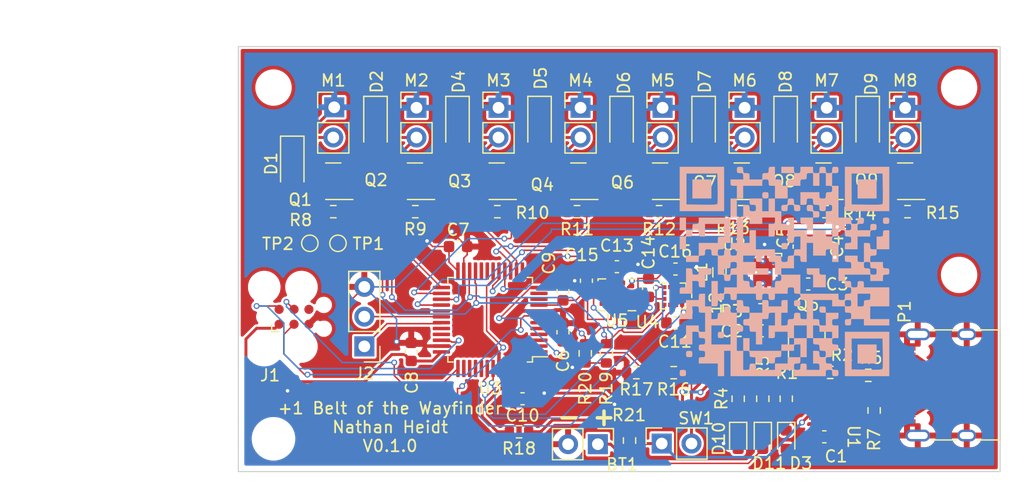
<source format=kicad_pcb>
(kicad_pcb (version 20211014) (generator pcbnew)
  (layers (0 "F.Cu" signal) (31 "B.Cu" signal) (34 "B.Paste" user) (35 "F.Paste" user) (36 "B.SilkS" user "B.Silkscreen") (37 "F.SilkS" user "F.Silkscreen") (38 "B.Mask" user) (39 "F.Mask" user) (44 "Edge.Cuts" user))
  (net 0 "")
  (net 1 "+5V")
  (net 2 "GND")
  (net 3 "Net-(C2-Pad1)")
  (net 4 "Net-(C3-Pad1)")
  (net 5 "+3.3V")
  (net 6 "NRST")
  (net 7 "Net-(D1-Pad2)")
  (net 8 "Net-(D3-Pad1)")
  (net 9 "Net-(D4-Pad2)")
  (net 10 "Net-(D5-Pad2)")
  (net 11 "Net-(D6-Pad2)")
  (net 12 "Net-(D7-Pad2)")
  (net 13 "Net-(D10-Pad1)")
  (net 14 "Net-(D11-Pad1)")
  (net 15 "/MCU/LED")
  (net 16 "SWDIO")
  (net 17 "SWCLK")
  (net 19 "RX")
  (net 20 "TX")
  (net 21 "Net-(L1-Pad1)")
  (net 22 "Net-(L1-Pad2)")
  (net 23 "MOTOR0")
  (net 24 "MOTOR4")
  (net 25 "MOTOR1")
  (net 26 "MOTOR5")
  (net 27 "SHDN")
  (net 28 "MOTOR2")
  (net 29 "MOTOR6")
  (net 30 "MOTOR3")
  (net 31 "MOTOR7")
  (net 32 "Net-(R1-Pad2)")
  (net 33 "Net-(R2-Pad1)")
  (net 34 "+BATT")
  (net 40 "Net-(C11-Pad1)")
  (net 48 "SDA")
  (net 49 "SCL")
  (net 53 "Net-(P1-PadA5)")
  (net 54 "Net-(P1-PadA6)")
  (net 55 "Net-(P1-PadA7)")
  (net 56 "BATT_ADC")
  (net 59 "DRDY")
  (net 60 "INT2")
  (net 61 "INT1")
  (net 67 "Net-(BT1-Pad1)")
  (net 68 "Net-(R9-Pad1)")
  (net 69 "Net-(R10-Pad1)")
  (net 70 "Net-(R11-Pad1)")
  (net 71 "Net-(R18-Pad1)")
  (net 72 "Net-(R2-Pad2)")
  (net 73 "Net-(R12-Pad1)")
  (net 74 "Net-(R13-Pad1)")
  (net 75 "Net-(R14-Pad1)")
  (net 76 "Net-(R15-Pad1)")
  (net 77 "Net-(D2-Pad2)")
  (net 78 "Net-(D8-Pad2)")
  (net 79 "Net-(D9-Pad2)")
  (net 80 "Net-(R8-Pad1)")
  (footprint "Package_TO_SOT_SMD:SOT-23" (layer "F.Cu") (at 87.485712 73 180)
    (fp_text reference "Q6")
    (fp_text value "S8050")
  )
  (footprint "Capacitor_SMD:C_0603_1608Metric" (layer "F.Cu") (at 88.8 80.5 180)
    (fp_text reference "C16")
    (fp_text value "10u")
  )
  (footprint "Package_TO_SOT_SMD:SOT-23" (layer "F.Cu") (at 100 86.33 90)
    (fp_text reference "Q5")
    (fp_text value "S8050")
  )
  (footprint "Connector_PinSocket_2.54mm:PinSocket_1x02_P2.54mm_Vertical" (layer "F.Cu") (at 87.625 95.405 90)
    (fp_text reference "SW1")
    (fp_text value "SW_SPST")
  )
  (footprint "LED_SMD:LED_0603_1608Metric" (layer "F.Cu") (at 96.25 95.08 -90)
    (fp_text reference "D11")
    (fp_text value "LED")
  )
  (footprint "Connector_USB:USB_C_Receptacle_HRO_TYPE-C-31-M-12" (layer "F.Cu") (at 112.6 90.4 90)
    (fp_text reference "P1")
    (fp_text value "USB_C_Plug_USB2.0")
  )
  (footprint "Resistor_SMD:R_0603_1608Metric" (layer "F.Cu") (at 85.46 89.35 180)
    (fp_text reference "R17")
    (fp_text value "10k")
  )
  (footprint "Connector_PinHeader_2.54mm:PinHeader_1x02_P2.54mm_Vertical" (layer "F.Cu") (at 73.7 66.725)
    (fp_text reference "M3")
    (fp_text value "Motor_DC")
  )
  (footprint "LED_SMD:LED_0603_1608Metric" (layer "F.Cu") (at 98.25 95.08 -90)
    (fp_text reference "D3")
    (fp_text value "LED")
  )
  (footprint "Capacitor_SMD:C_0603_1608Metric" (layer "F.Cu") (at 99.35 78.58 90)
    (fp_text reference "C5")
    (fp_text value "10u")
  )
  (footprint "MountingHole:MountingHole_2.7mm_M2.5" (layer "F.Cu") (at 113 65)
    (fp_text reference "H4" hide)
    (fp_text value "MountingHole")
  )
  (footprint "Diode_SMD:D_SOD-123" (layer "F.Cu") (at 84.2 68 -90)
    (fp_text reference "D6")
    (fp_text value "1N4148")
  )
  (footprint "Connector_PinHeader_2.54mm:PinHeader_1x03_P2.54mm_Vertical" (layer "F.Cu") (at 62.25 87.105 180)
    (fp_text reference "J2")
    (fp_text value "Conn_01x03")
  )
  (footprint "Connector_PinHeader_2.54mm:PinHeader_1x02_P2.54mm_Vertical" (layer "F.Cu") (at 82.175 95.46 -90)
    (fp_text reference "BT1")
    (fp_text value "Battery_Cell")
  )
  (footprint "Connector_PinHeader_2.54mm:PinHeader_1x02_P2.54mm_Vertical" (layer "F.Cu") (at 87.7 66.725)
    (fp_text reference "M5")
    (fp_text value "Motor_DC")
  )
  (footprint "MountingHole:MountingHole_2.7mm_M2.5" (layer "F.Cu") (at 113 81)
    (fp_text reference "H3" hide)
    (fp_text value "MountingHole")
  )
  (footprint "Capacitor_SMD:C_0603_1608Metric" (layer "F.Cu") (at 79.2 82.4 90)
    (fp_text reference "C9")
    (fp_text value "10u")
  )
  (footprint "Resistor_SMD:R_0603_1608Metric" (layer "F.Cu") (at 96.25 91.58 90)
    (fp_text reference "R5")
    (fp_text value "90")
  )
  (footprint "Diode_SMD:D_SOD-123" (layer "F.Cu") (at 91.2 68 -90)
    (fp_text reference "D7")
    (fp_text value "1N4148")
  )
  (footprint "Package_LGA:LGA-12_2x2mm_P0.5mm" (layer "F.Cu") (at 88.6 82.8)
    (fp_text reference "U4")
    (fp_text value "LIS2MDLTR")
  )
  (footprint "TestPoint:TestPoint_Pad_D1.0mm" (layer "F.Cu") (at 57.6 78.3)
    (fp_text reference "TP2")
    (fp_text value "TestPoint")
  )
  (footprint "Diode_SMD:D_SOD-123" (layer "F.Cu") (at 77.2 68 -90)
    (fp_text reference "D5")
    (fp_text value "1N4148")
  )
  (footprint "Resistor_SMD:R_0603_1608Metric" (layer "F.Cu") (at 108.6 75.6)
    (fp_text reference "R15")
    (fp_text value "2k2")
  )
  (footprint "Resistor_SMD:R_0603_1608Metric" (layer "F.Cu") (at 81.1 87.7 90)
    (fp_text reference "R20")
    (fp_text value "4k7")
  )
  (footprint "Resistor_SMD:R_0603_1608Metric" (layer "F.Cu") (at 102 89.33 180)
    (fp_text reference "R2")
    (fp_text value "2k")
  )
  (footprint "Capacitor_SMD:C_0603_1608Metric" (layer "F.Cu") (at 96.15 85.78)
    (fp_text reference "C2")
    (fp_text value "10u")
  )
  (footprint "Package_LGA:LGA-14_3x2.5mm_P0.5mm_LayoutBorder3x4y" (layer "F.Cu") (at 83.8 82.7 180)
    (fp_text reference "U5")
    (fp_text value "LSM6DS3")
  )
  (footprint "Capacitor_SMD:C_0603_1608Metric" (layer "F.Cu") (at 100.125 81.78)
    (fp_text reference "C3")
    (fp_text value "0.1u")
  )
  (footprint "Package_QFP:LQFP-48_7x7mm_P0.5mm" (layer "F.Cu") (at 72.9875 84.83 180)
    (fp_text reference "U3")
    (fp_text value "STM32F030CCTx")
  )
  (footprint "LED_SMD:LED_0603_1608Metric" (layer "F.Cu") (at 94.15 95.08 -90)
    (fp_text reference "D10")
    (fp_text value "LED")
  )
  (footprint "Capacitor_SMD:C_0603_1608Metric" (layer "F.Cu") (at 75.75 91.58 180)
    (fp_text reference "C10")
    (fp_text value "10u")
  )
  (footprint "Diode_SMD:D_SOD-123" (layer "F.Cu") (at 56.1 71.4 -90)
    (fp_text reference "D1")
    (fp_text value "1N4148")
  )
  (footprint "Capacitor_SMD:C_0603_1608Metric" (layer "F.Cu") (at 101.15 78.58 90)
    (fp_text reference "C4")
    (fp_text value "10u")
  )
  (footprint "Diode_SMD:D_SOD-123" (layer "F.Cu") (at 63.2 68 -90)
    (fp_text reference "D2")
    (fp_text value "1N4148")
  )
  (footprint "Connector_PinHeader_2.54mm:PinHeader_1x02_P2.54mm_Vertical" (layer "F.Cu") (at 59.6 66.725)
    (fp_text reference "M1")
    (fp_text value "Motor_DC")
  )
  (footprint "Connector_PinHeader_2.54mm:PinHeader_1x02_P2.54mm_Vertical" (layer "F.Cu") (at 101.7 66.725)
    (fp_text reference "M7")
    (fp_text value "Motor_DC")
  )
  (footprint "Package_TO_SOT_SMD:SOT-23" (layer "F.Cu") (at 108.4 73 180)
    (fp_text reference "Q9")
    (fp_text value "S8050")
  )
  (footprint "Capacitor_SMD:C_0603_1608Metric" (layer "F.Cu") (at 83.8 80.3 180)
    (fp_text reference "C13")
    (fp_text value "100n")
  )
  (footprint "Capacitor_SMD:C_0603_1608Metric" (layer "F.Cu") (at 66.25 87.58 90)
    (fp_text reference "C8")
    (fp_text value "10u")
  )
  (footprint "Connector:Tag-Connect_TC2030-IDC-FP_2x03_P1.27mm_Vertical" (layer "F.Cu") (at 56.25 84.58)
    (fp_text reference "J1")
    (fp_text value "Conn_02x03_Odd_Even")
  )
  (footprint "Diode_SMD:D_SOD-123" (layer "F.Cu") (at 70.2 68 -90)
    (fp_text reference "D4")
    (fp_text value "1N4148")
  )
  (footprint "Capacitor_SMD:C_0603_1608Metric" (layer "F.Cu") (at 79.2 85.9 90)
    (fp_text reference "C6")
    (fp_text value "10u")
  )
  (footprint "Resistor_SMD:R_0603_1608Metric" (layer "F.Cu") (at 59.6 75.6)
    (fp_text reference "R8")
    (fp_text value "2k2")
  )
  (footprint "Connector_PinHeader_2.54mm:PinHeader_1x02_P2.54mm_Vertical" (layer "F.Cu") (at 94.7 66.725)
    (fp_text reference "M6")
    (fp_text value "Motor_DC")
  )
  (footprint "MountingHole:MountingHole_2.7mm_M2.5" (layer "F.Cu") (at 54.5 95)
    (fp_text reference "H2" hide)
    (fp_text value "MountingHole")
  )
  (footprint "Package_TO_SOT_SMD:SOT-23" (layer "F.Cu") (at 66.571428 73 180)
    (fp_text reference "Q2")
    (fp_text value "S8050")
  )
  (footprint "Resistor_SMD:R_0603_1608Metric" (layer "F.Cu") (at 98.25 91.58 90)
    (fp_text reference "R1")
    (fp_text value "300")
  )
  (footprint "Package_TO_SOT_SMD:SOT-23" (layer "F.Cu") (at 80.514284 73 180)
    (fp_text reference "Q4")
    (fp_text value "S8050")
  )
  (footprint "Capacitor_SMD:C_0603_1608Metric" (layer "F.Cu") (at 81.2 81.5 90)
    (fp_text reference "C15")
    (fp_text value "100n")
  )
  (footprint "Resistor_SMD:R_0603_1608Metric" (layer "F.Cu") (at 94.4 75.6)
    (fp_text reference "R13")
    (fp_text value "2k2")
  )
  (footprint "Resistor_SMD:R_0603_1608Metric" (layer "F.Cu") (at 105.75 92.58 -90)
    (fp_text reference "R7")
    (fp_text value "200")
  )
  (footprint "Inductor_SMD:L_0805_2012Metric" (layer "F.Cu") (at 92.55 80.78 90)
    (fp_text reference "L1")
    (fp_text value "2.2u")
  )
  (footprint "Resistor_SMD:R_0603_1608Metric" (layer "F.Cu") (at 96.15 83.98)
    (fp_text reference "R3")
    (fp_text value "100")
  )
  (footprint "Diode_SMD:D_SOD-123" (layer "F.Cu") (at 98.2 68 -90)
    (fp_text reference "D8")
    (fp_text value "1N4148")
  )
  (footprint "Resistor_SMD:R_0603_1608Metric" (layer "F.Cu") (at 66.6 75.6)
    (fp_text reference "R9")
    (fp_text value "2k2")
  )
  (footprint "Package_TO_SOT_SMD:SOT-23" (layer "F.Cu") (at 101.428568 73 180)
    (fp_text reference "Q8")
    (fp_text value "S8050")
  )
  (footprint "custom_footprints:TSOT-25" (layer "F.Cu") (at 102.8 91.13 -90)
    (fp_text reference "U1")
    (fp_text value "AAP2154")
  )
  (footprint "Resistor_SMD:R_0603_1608Metric" (layer "F.Cu") (at 88.65 89.35 180)
    (fp_text reference "R16")
    (fp_text value "10k")
  )
  (footprint "Resistor_SMD:R_0603_1608Metric" (layer "F.Cu") (at 73.6 75.6)
    (fp_text reference "R10")
    (fp_text value "2k2")
  )
  (footprint "Capacitor_SMD:C_0603_1608Metric" (layer "F.Cu") (at 90.7 82.8 -90)
    (fp_text reference "C12")
    (fp_text value "100n")
  )
  (footprint "Resistor_SMD:R_0603_1608Metric" (layer "F.Cu") (at 105.25 89.58 180)
    (fp_text reference "R6")
    (fp_text value "200")
  )
  (footprint "Resistor_SMD:R_0603_1608Metric" (layer "F.Cu") (at 82.9 87.7 90)
    (fp_text reference "R19")
    (fp_text value "4k7")
  )
  (footprint "Package_TO_SOT_SMD:SOT-23" (layer "F.Cu") (at 94.45714 73 180)
    (fp_text reference "Q7")
    (fp_text value "S8050")
  )
  (footprint "Resistor_SMD:R_0603_1608Metric" (layer "F.Cu") (at 84.88 95.15 90)
    (fp_text reference "R21")
    (fp_text value "0")
  )
  (footprint "MountingHole:MountingHole_2.7mm_M2.5" (layer "F.Cu") (at 54.5 65)
    (fp_text reference "H1" hide)
    (fp_text value "MountingHole")
  )
  (footprint "Package_TO_SOT_SMD:SOT-23" (layer "F.Cu") (at 73.542856 73 180)
    (fp_text reference "Q3")
    (fp_text value "S8050")
  )
  (footprint "Capacitor_SMD:C_0603_1608Metric" (layer "F.Cu") (at 101.5 94.83 180)
    (fp_text reference "C1")
    (fp_text value "1u")
  )
  (footprint "Resistor_SMD:R_0603_1608Metric" (layer "F.Cu") (at 94.15 91.58 90)
    (fp_text reference "R4")
    (fp_text value "90")
  )
  (footprint "Resistor_SMD:R_0603_1608Metric" (layer "F.Cu") (at 80.4 75.6)
    (fp_text reference "R11")
    (fp_text value "2k2")
  )
  (footprint "Diode_SMD:D_SOD-123" (layer "F.Cu") (at 105.2 68 -90)
    (fp_text reference "D9")
    (fp_text value "1N4148")
  )
  (footprint "Resistor_SMD:R_0603_1608Metric" (layer "F.Cu") (at 87.4 75.6)
    (fp_text reference "R12")
    (fp_text value "2k2")
  )
  (footprint "Package_TO_SOT_SMD:SOT-23" (layer "F.Cu") (at 59.6 73 180)
    (fp_text reference "Q1")
    (fp_text value "S8050")
  )
  (footprint "Capacitor_SMD:C_0603_1608Metric" (layer "F.Cu") (at 86.5 82.1 90)
    (fp_text reference "C14")
    (fp_text value "100n")
  )
  (footprint "TestPoint:TestPoint_Pad_D1.0mm" (layer "F.Cu") (at 60 78.3)
    (fp_text reference "TP1")
    (fp_text value "TestPoint")
  )
  (footprint "Package_SON:Texas_DRC0010J_ThermalVias" (layer "F.Cu") (at 96.25 80.78)
    (fp_text reference "U2")
    (fp_text value "TPS63001")
  )
  (footprint "Capacitor_SMD:C_0603_1608Metric" (layer "F.Cu") (at 88.8 85.1)
    (fp_text reference "C11")
    (fp_text value "220n")
  )
  (footprint "Connector_PinHeader_2.54mm:PinHeader_1x02_P2.54mm_Vertical" (layer "F.Cu") (at 108.4 66.725)
    (fp_text reference "M8")
    (fp_text value "Motor_DC")
  )
  (footprint "Capacitor_SMD:C_0603_1608Metric" (layer "F.Cu") (at 70.25 78.58)
    (fp_text reference "C7")
    (fp_text value "10u")
  )
  (footprint "Connector_PinHeader_2.54mm:PinHeader_1x02_P2.54mm_Vertical" (layer "F.Cu") (at 66.7 66.725)
    (fp_text reference "M2")
    (fp_text value "Motor_DC")
  )
  (footprint "Resistor_SMD:R_0603_1608Metric" (layer "F.Cu") (at 101.6 75.6)
    (fp_text reference "R14")
    (fp_text value "2k2")
  )
  (footprint "Connector_PinHeader_2.54mm:PinHeader_1x02_P2.54mm_Vertical" (layer "F.Cu") (at 80.7 66.725)
    (fp_text reference "M4")
    (fp_text value "Motor_DC")
  )
  (footprint "Resistor_SMD:R_0603_1608Metric" (layer "F.Cu") (at 75.45 94.4 180)
    (fp_text reference "R18")
    (fp_text value "2k2")
  )
  (footprint "LOGO" (layer "B.Cu") (at 98.14 80.67 180)
    (fp_text reference "G***" hide)
    (fp_text value "LOGO" hide)
  )
  (gr_rect (start 51.5 61.5) (end 116.5 97.8) (layer "Edge.Cuts") (width 0.1) (fill none))
  (gr_text "+1 Belt of the Wayfinder\nNathan Heidt\nV0.1.0" (at 64.45 94) (layer "F.SilkS") (effects (font (size 1 1))))
  (gr_text "- +" (at 81.2 93.1) (layer "F.SilkS") (effects (font (size 1.5 1.5) (thickness 0.3))))
  (segment (start 107.68 92.85) (end 105.93 94.6) (width 0.25) (layer "F.Cu") (net 1))
  (segment (start 105.6 94.6) (end 104.03 93.03) (width 0.25) (layer "F.Cu") (net 1))
  (segment (start 109.38 87.95) (end 110.6 88.8) (width 0.25) (layer "F.Cu") (net 1))
  (segment (start 110.6 88.8) (end 110.6 92.1) (width 0.25) (layer "F.Cu") (net 1))
  (segment (start 108.555 87.95) (end 109.38 87.95) (width 0.25) (layer "F.Cu") (net 1))
  (segment (start 101.2375 95.8675) (end 98.25 95.8675) (width 0.25) (layer "F.Cu") (net 1))
  (segment (start 108.555 92.85) (end 107.68 92.85) (width 0.25) (layer "F.Cu") (net 1))
  (segment (start 105.93 94.6) (end 105.6 94.6) (width 0.25) (layer "F.Cu") (net 1))
  (segment (start 102.275 94.83) (end 101.2375 95.8675) (width 0.25) (layer "F.Cu") (net 1))
  (segment (start 109.35 92.85) (end 108.555 92.85) (width 0.25) (layer "F.Cu") (net 1))
  (segment (start 110.6 92.1) (end 109.35 92.85) (width 0.25) (layer "F.Cu") (net 1))
  (segment (start 104.03 93.03) (end 102.8 93.03) (width 0.25) (layer "F.Cu") (net 1))
  (segment (start 102.8 93.03) (end 102.8 94.305) (width 0.25) (layer "F.Cu") (net 1))
  (segment (start 102.8 94.305) (end 102.275 94.83) (width 0.25) (layer "F.Cu") (net 1))
  (segment (start 96.825 80.78) (end 96.825 80.405) (width 0.13) (layer "F.Cu") (net 2))
  (segment (start 90.175 83.05) (end 90.7 83.575) (width 0.13) (layer "F.Cu") (net 2))
  (segment (start 96.825 80.405) (end 96.25 79.83) (width 0.13) (layer "F.Cu") (net 2))
  (segment (start 88.97 83.05) (end 89.3625 83.05) (width 0.13) (layer "F.Cu") (net 2))
  (segment (start 84.9625 82.95) (end 84.9625 83.45) (width 0.13) (layer "F.Cu") (net 2))
  (segment (start 59.439301 84.835699) (end 57.899301 84.835699) (width 0.13) (layer "F.Cu") (net 2))
  (segment (start 98.3 80.2) (end 98.22 80.28) (width 0.25) (layer "F.Cu") (net 2))
  (segment (start 85.6 81.3) (end 86.475 81.3) (width 0.13) (layer "F.Cu") (net 2))
  (segment (start 97.65 80.28) (end 97.08 80.28) (width 0.25) (layer "F.Cu") (net 2))
  (segment (start 84.9625 83.4625) (end 85.9 84.4) (width 0.13) (layer "F.Cu") (net 2))
  (segment (start 94.85 80.78) (end 95.675 80.78) (width 0.13) (layer "F.Cu") (net 2))
  (segment (start 85.6 82.155833) (end 85.6 81.3) (width 0.13) (layer "F.Cu") (net 2))
  (segment (start 66.25 86.805) (end 66.525 87.08) (width 0.13) (layer "F.Cu") (net 2))
  (segment (start 83.025 81.5125) (end 83.3 81.7875) (width 0.13) (layer "F.Cu") (net 2))
  (segment (start 83.8 81.7875) (end 83.3 81.7875) (width 0.13) (layer "F.Cu") (net 2))
  (segment (start 88.85 83.5625) (end 88.85 83.17) (width 0.13) (layer "F.Cu") (net 2))
  (segment (start 99.35 77.805) (end 98.3 78.855) (width 0.25) (layer "F.Cu") (net 2))
  (segment (start 83.025 80.3) (end 83.025 81.5125) (width 0.13) (layer "F.Cu") (net 2))
  (segment (start 65 86.7) (end 66.145 86.7) (width 0.13) (layer "F.Cu") (net 2))
  (segment (start 70.98 78.58) (end 69.7 77.3) (width 0.13) (layer "F.Cu") (net 2))
  (segment (start 96.25 79.83) (end 96.25 80.205) (width 0.13) (layer "F.Cu") (net 2))
  (segment (start 66.525 87.08) (end 68.825 87.08) (width 0.13) (layer "F.Cu") (net 2))
  (segment (start 97.08 80.28) (end 96.825 80.535) (width 0.25) (layer "F.Cu") (net 2))
  (segment (start 70.7375 79.5625) (end 70.7375 80.6675) (width 0.13) (layer "F.Cu") (net 2))
  (segment (start 71.025 78.58) (end 70.98 78.58) (width 0.13) (layer "F.Cu") (net 2))
  (segment (start 71.025 79.275) (end 70.7375 79.5625) (width 0.13) (layer "F.Cu") (net 2))
  (segment (start 98.22 80.28) (end 97.65 80.28) (width 0.25) (layer "F.Cu") (net 2))
  (segment (start 66.145 86.7) (end 66.25 86.805) (width 0.13) (layer "F.Cu") (net 2))
  (segment (start 86.5 81.325) (end 87.2 81.325) (width 0.13) (layer "F.Cu") (net 2))
  (segment (start 96.25 90.755) (end 94.15 90.755) (width 0.13) (layer "F.Cu") (net 2))
  (segment (start 57.899301 84.835699) (end 57.52 85.215) (width 0.13) (layer "F.Cu") (net 2))
  (segment (start 88.025 80.5) (end 88.025 80.275) (width 0.13) (layer "F.Cu") (net 2))
  (segment (start 96.825 80.535) (end 96.825 80.78) (width 0.25) (layer "F.Cu") (net 2))
  (segment (start 88.85 83.17) (end 88.97 83.05) (width 0.13) (layer "F.Cu") (net 2))
  (segment (start 62.25 82.025) (end 59.439301 84.835699) (width 0.13) (layer "F.Cu") (net 2))
  (segment (start 89.3625 83.05) (end 90.175 83.05) (width 0.13) (layer "F.Cu") (net 2))
  (segment (start 85.305833 82.45) (end 85.6 82.155833) (width 0.13) (layer "F.Cu") (net 2))
  (segment (start 98.3 78.855) (end 98.3 80.2) (width 0.25) (layer "F.Cu") (net 2))
  (segment (start 71.025 78.58) (end 71.025 79.275) (width 0.13) (layer "F.Cu") (net 2))
  (segment (start 96.25 80.205) (end 95.675 80.78) (width 0.13) (layer "F.Cu") (net 2))
  (segment (start 84.9625 83.45) (end 84.9625 83.4625) (width 0.13) (layer "F.Cu") (net 2))
  (segment (start 84.9625 82.45) (end 85.305833 82.45) (width 0.13) (layer "F.Cu") (net 2))
  (segment (start 87.2 81.325) (end 88.025 80.5) (width 0.13) (layer "F.Cu") (net 2))
  (segment (start 86.475 81.3) (end 86.5 81.325) (width 0.13) (layer "F.Cu") (net 2))
  (segment (start 88.025 80.275) (end 89.2 79.1) (width 0.13) (layer "F.Cu") (net 2))
  (via (at 65 86.7) (size 0.5) (drill 0.3) (layers "F.Cu" "B.Cu") (net 2))
  (via (at 69.7 77.3) (size 0.5) (drill 0.3) (layers "F.Cu" "B.Cu") (net 2))
  (segment (start 69.7 77.3) (end 64.975 82.025) (width 0.13) (layer "B.Cu") (net 2))
  (segment (start 65 84.775) (end 65 86.7) (width 0.13) (layer "B.Cu") (net 2))
  (segment (start 64.975 82.025) (end 62.25 82.025) (width 0.13) (layer "B.Cu") (net 2))
  (segment (start 62.25 82.025) (end 65 84.775) (width 0.13) (layer "B.Cu") (net 2))
  (segment (start 90.165 90.04) (end 90.165 90.99) (width 0.13) (layer "F.Cu") (net 3))
  (segment (start 95.325 82.925) (end 94.8 82.4) (width 0.25) (layer "F.Cu") (net 3))
  (segment (start 94.85 82.35) (end 94.85 81.78) (width 0.25) (layer "F.Cu") (net 3))
  (segment (start 90.165 90.99) (end 95.375 85.78) (width 0.25) (layer "F.Cu") (net 3))
  (segment (start 95.375 84.03) (end 95.325 83.98) (width 0.25) (layer "F.Cu") (net 3))
  (segment (start 90.165 95.405) (end 90.165 90.99) (width 0.25) (layer "F.Cu") (net 3))
  (segment (start 94.8 82.4) (end 94.85 82.35) (width 0.25) (layer "F.Cu") (net 3))
  (segment (start 89.475 89.35) (end 90.165 90.04) (width 0.13) (layer "F.Cu") (net 3))
  (segment (start 95.375 85.78) (end 95.375 84.03) (width 0.25) (layer "F.Cu") (net 3))
  (segment (start 95.325 83.98) (end 95.325 82.925) (width 0.25) (layer "F.Cu") (net 3))
  (segment (start 97.65 81.28) (end 97.65 81.78) (width 0.25) (layer "F.Cu") (net 4))
  (segment (start 96.975 83.98) (end 96.975 82.625) (width 0.25) (layer "F.Cu") (net 4))
  (segment (start 97.65 80.78) (end 97.65 81.28) (width 0.25) (layer "F.Cu") (net 4))
  (segment (start 96.975 82.625) (end 97.7 81.9) (width 0.25) (layer "F.Cu") (net 4))
  (segment (start 99.35 81.78) (end 97.65 81.78) (width 0.25) (layer "F.Cu") (net 4))
  (segment (start 69.475 79.905) (end 70.2375 80.6675) (width 0.13) (layer "F.Cu") (net 5))
  (segment (start 89.6 80.525) (end 89.575 80.5) (width 0.13) (layer "F.Cu") (net 5))
  (segment (start 70.2 66.35) (end 73.325 66.35) (width 0.25) (layer "F.Cu") (net 5))
  (segment (start 54.98 85.215) (end 54.637451 85.557549) (width 0.25) (layer "F.Cu") (net 5))
  (segment (start 82.64 91.1) (end 83.6 92.06) (width 0.25) (layer "F.Cu") (net 5))
  (segment (start 86.5 83.7) (end 86.6 83.8) (width 0.13) (layer "F.Cu") (net 5))
  (segment (start 87.8375 83.05) (end 87.25 83.05) (width 0.13) (layer "F.Cu") (net 5))
  (segment (start 56.1 69.75) (end 56.615 69.75) (width 0.25) (layer "F.Cu") (net 5))
  (segment (start 90.4 80.5) (end 90.6 80.3) (width 0.13) (layer "F.Cu") (net 5))
  (segment (start 89.3625 81.3375) (end 89.6 81.1) (width 0.13) (layer "F.Cu") (net 5))
  (segment (start 62.274228 90.125772) (end 64.6 87.8) (width 0.25) (layer "F.Cu") (net 5))
  (segment (start 87.325 66.35) (end 87.7 66.725) (width 0.25) (layer "F.Cu") (net 5))
  (segment (start 81.2 82.275) (end 81.425 82.275) (width 0.13) (layer "F.Cu") (net 5))
  (segment (start 54.637451 85.557549) (end 53.062811 85.557549) (width 0.25) (layer "F.Cu") (net 5))
  (segment (start 95.86 78.4) (end 96.8 78.4) (width 0.25) (layer "F.Cu") (net 5))
  (segment (start 69.475 78.58) (end 68.08 78.58) (width 0.13) (layer "F.Cu") (net 5))
  (segment (start 81.3 84.8) (end 83.3 84.8) (width 0.13) (layer "F.Cu") (net 5))
  (segment (start 84.3 81.7875) (end 84.3 80.575) (width 0.13) (layer "F.Cu") (net 5))
  (segment (start 89.6 81.1) (end 89.6 80.525) (width 0.13) (layer "F.Cu") (net 5))
  (segment (start 77.12 91.58) (end 77.6 91.1) (width 0.25) (layer "F.Cu") (net 5))
  (segment (start 99.35 79.355) (end 101.15 79.355) (width 0.13) (layer "F.Cu") (net 5))
  (segment (start 81.425 82.275) (end 81.8 81.9) (width 0.13) (layer "F.Cu") (net 5))
  (segment (start 52.147549 86.472811) (end 52.147549 88.547549) (width 0.25) (layer "F.Cu") (net 5))
  (segment (start 53.062811 85.557549) (end 52.147549 86.472811) (width 0.25) (layer "F.Cu") (net 5))
  (segment (start 80.325 66.35) (end 80.7 66.725) (width 0.25) (layer "F.Cu") (net 5))
  (segment (start 64.6 87.8) (end 65.695 87.8) (width 0.25) (layer "F.Cu") (net 5))
  (segment (start 89.75 82.55) (end 90.275 82.025) (width 0.13) (layer "F.Cu") (net 5))
  (segment (start 73.325 66.35) (end 73.7 66.725) (width 0.25) (layer "F.Cu") (net 5))
  (segment (start 80.3 83.175) (end 79.2 83.175) (width 0.13) (layer "F.Cu") (net 5))
  (segment (start 94.15 95.8675) (end 93.3675 95.8675) (width 0.13) (layer "F.Cu") (net 5))
  (segment (start 82.9 88.525) (end 81.1 88.525) (width 0.13) (layer "F.Cu") (net 5))
  (segment (start 77.2 66.35) (end 80.325 66.35) (width 0.25) (layer "F.Cu") (net 5))
  (segment (start 81.3 82.955833) (end 81.3 84.8) (width 0.13) (layer "F.Cu") (net 5))
  (segment (start 65.695 87.8) (end 66.25 88.355) (width 0.25) (layer "F.Cu") (net 5))
  (segment (start 69.475 78.58) (end 69.475 79.905) (width 0.13) (layer "F.Cu") (net 5))
  (segment (start 87.075 82.875) (end 86.5 82.875) (width 0.13) (layer "F.Cu") (net 5))
  (segment (start 94.325 66.35) (end 94.7 66.725) (width 0.25) (layer "F.Cu") (net 5))
  (segment (start 108.025 66.35) (end 108.4 66.725) (width 0.25) (layer "F.Cu") (net 5))
  (segment (start 97.65 79.25) (end 97.65 79.78) (width 0.25) (layer "F.Cu") (net 5))
  (segment (start 78.795 83.58) (end 79.2 83.175) (width 0.13) (layer "F.Cu") (net 5))
  (segment (start 76.525 91.58) (end 77.12 91.58) (width 0.25) (layer "F.Cu") (net 5))
  (segment (start 84.575 80.3) (end 85.4 80.3) (width 0.13) (layer "F.Cu") (net 5))
  (segment (start 63.2 66.35) (end 66.325 66.35) (width 0.25) (layer "F.Cu") (net 5))
  (segment (start 68.08 78.58) (end 67.6 78.1) (width 0.13) (layer "F.Cu") (net 5))
  (segment (start 84.2 66.35) (end 87.325 66.35) (width 0.25) (layer "F.Cu") (net 5))
  (segment (start 93.3675 95.8675) (end 92.9 95.4) (width 0.13) (layer "F.Cu") (net 5))
  (segment (start 85.4 80.3) (end 85.6 80.1) (width 0.13) (layer "F.Cu") (net 5))
  (segment (start 82.5875 81.9) (end 82.6375 81.95) (width 0.13) (layer "F.Cu") (net 5))
  (segment (start 75.7125 90.7675) (end 75.7125 88.8) (width 0.25) (layer "F.Cu") (net 5))
  (segment (start 81.2 82.275) (end 81.2 82.855833) (width 0.13) (layer "F.Cu") (net 5))
  (segment (start 78.795 83.58) (end 77.15 83.58) (width 0.13) (layer "F.Cu") (net 5))
  (segment (start 76.9325 87.58) (end 77.15 87.58) (width 0.25) (layer "F.Cu") (net 5))
  (segment (start 91.2 66.35) (end 94.325 66.35) (width 0.25) (layer "F.Cu") (net 5))
  (segment (start 96.8 78.4) (end 97.65 79.25) (width 0.25) (layer "F.Cu") (net 5))
  (segment (start 89.575 80.5) (end 90.4 80.5) (width 0.13) (layer "F.Cu") (net 5))
  (segment (start 55.7 90.8) (end 55.7 90.9) (width 0.25) (layer "F.Cu") (net 5))
  (segment (start 101.325 66.35) (end 101.7 66.725) (width 0.25) (layer "F.Cu") (net 5))
  (segment (start 102.255 79.355) (end 102.4 79.5) (width 0.13) (layer "F.Cu") (net 5))
  (segment (start 81.2 82.275) (end 80.975 82.275) (width 0.13) (layer "F.Cu") (net 5))
  (segment (start 84.3 80.575) (end 84.575 80.3) (width 0.13) (layer "F.Cu") (net 5))
  (segment (start 101.15 79.355) (end 102.255 79.355) (width 0.13) (layer "F.Cu") (net 5))
  (segment (start 76.525 91.58) (end 75.7125 90.7675) (width 0.25) (layer "F.Cu") (net 5))
  (segment (start 98.2 66.35) (end 101.325 66.35) (width 0.25) (layer "F.Cu") (net 5))
  (segment (start 56.615 69.75) (end 59.68 66.685) (width 0.25) (layer "F.Cu") (net 5))
  (segment (start 77.6 91.1) (end 82.64 91.1) (width 0.25) (layer "F.Cu") (net 5))
  (segment (start 81.1 88.525) (end 80.375 88.525) (width 0.13) (layer "F.Cu") (net 5))
  (segment (start 66.325 66.35) (end 66.7 66.725) (width 0.25) (layer "F.Cu") (net 5))
  (segment (start 80.375 88.525) (end 80 88.9) (width 0.13) (layer "F.Cu") (net 5))
  (segment (start 94.85 79.78) (end 94.85 79.41) (width 0.25) (layer "F.Cu") (net 5))
  (segment (start 75.7125 88.8) (end 76.9325 87.58) (width 0.25) (layer "F.Cu") (net 5))
  (segment (start 55.025772 90.125772) (end 62.274228 90.125772) (width 0.25) (layer "F.Cu") (net 5))
  (segment (start 53.725772 90.125772) (end 55.025772 90.125772) (width 0.25) (layer "F.Cu") (net 5))
  (segment (start 81.2 82.855833) (end 81.3 82.955833) (width 0.13) (layer "F.Cu") (net 5))
  (segment (start 89.3625 82.55) (end 89.3625 82.05) (width 0.13) (layer "F.Cu") (net 5))
  (segment (start 94.85 79.41) (end 95.86 78.4) (width 0.25) (layer "F.Cu") (net 5))
  (segment (start 68.05 88.355) (end 68.825 87.58) (width 0.25) (layer "F.Cu") (net 5))
  (segment (start 81.2 82.275) (end 80.3 83.175) (width 0.13) (layer "F.Cu") (net 5))
  (segment (start 55.025772 90.125772) (end 55.7 90.8) (width 0.25) (layer "F.Cu") (net 5))
  (segment (start 66.25 88.355) (end 68.05 88.355) (width 0.25) (layer "F.Cu") (net 5))
  (segment (start 89.3625 82.05) (end 89.3625 81.3375) (width 0.13) (layer "F.Cu") (net 5))
  (segment (start 86.5 82.875) (end 86.5 83.7) (width 0.13) (layer "F.Cu") (net 5))
  (segment (start 81.8 81.9) (end 82.5875 81.9) (width 0.13) (layer "F.Cu") (net 5))
  (segment (start 89.3625 82.55) (end 89.75 82.55) (width 0.13) (layer "F.Cu") (net 5))
  (segment (start 87.25 83.05) (end 87.075 82.875) (width 0.13) (layer "F.Cu") (net 5))
  (segment (start 83.3 84.8) (end 83.3 83.6125) (width 0.13) (layer "F.Cu") (net 5))
  (segment (start 52.147549 88.547549) (end 53.725772 90.125772) (width 0.25) (layer "F.Cu") (net 5))
  (segment (start 80.975 82.275) (end 80.2 81.5) (width 0.13) (layer "F.Cu") (net 5))
  (segment (start 90.275 82.025) (end 90.7 82.025) (width 0.13) (layer "F.Cu") (net 5))
  (segment (start 105.2 66.35) (end 108.025 66.35) (width 0.25) (layer "F.Cu") (net 5))
  (via (at 92.9 95.4) (size 0.5) (drill 0.3) (layers "F.Cu" "B.Cu") (net 5))
  (via (at 90.6 80.3) (size 0.5) (drill 0.3) (layers "F.Cu" "B.Cu") (net 5))
  (via (at 83.6 92.06) (size 0.5) (drill 0.3) (layers "F.Cu" "B.Cu") (net 5))
  (via (at 80 88.9) (size 0.5) (drill 0.3) (layers "F.Cu" "B.Cu") (net 5))
  (via (at 96.4 78.4) (size 0.5) (drill 0.3) (layers "F.Cu" "B.Cu") (net 5))
  (via (at 86.6 83.8) (size 0.5) (drill 0.3) (layers "F.Cu" "B.Cu") (net 5))
  (via (at 67.6 78.1) (size 0.5) (drill 0.3) (layers "F.Cu" "B.Cu") (net 5))
  (via (at 85.6 80.1) (size 0.5) (drill 0.3) (layers "F.Cu" "B.Cu") (net 5))
  (via (at 77.6 91.1) (size 0.5) (drill 0.3) (layers "F.Cu" "B.Cu") (net 5))
  (via (at 102.4 79.5) (size 0.5) (drill 0.3) (layers "F.Cu" "B.Cu") (net 5))
  (via (at 55.7 90.9) (size 0.5) (drill 0.3) (layers "F.Cu" "B.Cu") (net 5))
  (via (at 80.2 81.5) (size 0.5) (drill 0.3) (layers "F.Cu" "B.Cu") (net 5))
  (segment (start 55.382549 87.742336) (end 57.154713 89.5145) (width 0.13) (layer "F.Cu") (net 6))
  (segment (start 77.88 84.58) (end 77.15 84.58) (width 0.13) (layer "F.Cu") (net 6))
  (segment (start 75.6 84.8) (end 75.9 84.5) (width 0.13) (layer "F.Cu") (net 6))
  (segment (start 57.154713 89.5145) (end 57.4 89.5145) (width 0.13) (layer "F.Cu") (net 6))
  (segment (start 75.6 85.7) (end 75.6 84.8) (width 0.13) (layer "F.Cu") (net 6))
  (segment (start 78.46 85.935) (end 78.46 85.16) (width 0.13) (layer "F.Cu") (net 6))
  (segment (start 78.46 85.16) (end 77.88 84.58) (width 0.13) (layer "F.Cu") (net 6))
  (segment (start 79.2 86.675) (end 78.46 85.935) (width 0.13) (layer "F.Cu") (net 6))
  (segment (start 55.382549 86.082451) (end 55.382549 87.742336) (width 0.13) (layer "F.Cu") (net 6))
  (segment (start 75.9 84.5) (end 77.07 84.5) (width 0.13) (layer "F.Cu") (net 6))
  (segment (start 56.25 85.215) (end 55.382549 86.082451) (width 0.13) (layer "F.Cu") (net 6))
  (via (at 57.4 89.5145) (size 0.5) (drill 0.3) (layers "F.Cu" "B.Cu") (net 6))
  (via (at 75.6 85.7) (size 0.5) (drill 0.3) (layers "F.Cu" "B.Cu") (net 6))
  (segment (start 74.8 85.7) (end 75.6 85.7) (width 0.13) (layer "B.Cu") (net 6))
  (segment (start 70.9855 89.5145) (end 74.8 85.7) (width 0.13) (layer "B.Cu") (net 6))
  (segment (start 57.4 89.5145) (end 70.9855 89.5145) (width 0.13) (layer "B.Cu") (net 6))
  (segment (start 58.6125 73.05) (end 58.6625 73) (width 0.25) (layer "F.Cu") (net 7))
  (segment (start 56.1 73.05) (end 58.6125 73.05) (width 0.25) (layer "F.Cu") (net 7))
  (segment (start 58.255 69.265) (end 59.6 69.265) (width 0.25) (layer "F.Cu") (net 7))
  (segment (start 56.1 73.05) (end 56.1 72.22) (width 0.25) (layer "F.Cu") (net 7))
  (segment (start 58.04 69.48) (end 58.255 69.265) (width 0.25) (layer "F.Cu") (net 7))
  (segment (start 58.04 70.28) (end 58.04 69.48) (width 0.25) (layer "F.Cu") (net 7))
  (segment (start 56.1 72.22) (end 58.04 70.28) (width 0.25) (layer "F.Cu") (net 7))
  (segment (start 98.25 92.405) (end 98.25 94.2925) (width 0.25) (layer "F.Cu") (net 8))
  (segment (start 72.605356 73) (end 72.605356 70.359644) (width 0.25) (layer "F.Cu") (net 9))
  (segment (start 73.7 69.265) (end 70.585 69.265) (width 0.25) (layer "F.Cu") (net 9))
  (segment (start 72.605356 70.359644) (end 73.7 69.265) (width 0.25) (layer "F.Cu") (net 9))
  (segment (start 70.585 69.265) (end 70.2 69.65) (width 0.25) (layer "F.Cu") (net 9))
  (segment (start 80.7 69.265) (end 77.585 69.265) (width 0.25) (layer "F.Cu") (net 10))
  (segment (start 79.576784 70.388216) (end 80.7 69.265) (width 0.25) (layer "F.Cu") (net 10))
  (segment (start 77.585 69.265) (end 77.2 69.65) (width 0.25) (layer "F.Cu") (net 10))
  (segment (start 79.576784 73) (end 79.576784 70.388216) (width 0.25) (layer "F.Cu") (net 10))
  (segment (start 86.548212 70.416788) (end 87.7 69.265) (width 0.25) (layer "F.Cu") (net 11))
  (segment (start 86.548212 73) (end 86.548212 70.416788) (width 0.25) (layer "F.Cu") (net 11))
  (segment (start 84.585 69.265) (end 84.2 69.65) (width 0.25) (layer "F.Cu") (net 11))
  (segment (start 87.7 69.265) (end 84.585 69.265) (width 0.25) (layer "F.Cu") (net 11))
  (segment (start 91.585 69.265) (end 91.2 69.65) (width 0.25) (layer "F.Cu") (net 12))
  (segment (start 93.51964 70.44536) (end 94.7 69.265) (width 0.25) (layer "F.Cu") (net 12))
  (segment (start 93.51964 73) (end 93.51964 70.44536) (width 0.25) (layer "F.Cu") (net 12))
  (segment (start 94.7 69.265) (end 91.585 69.265) (width 0.25) (layer "F.Cu") (net 12))
  (segment (start 94.15 92.405) (end 94.15 94.3925) (width 0.25) (layer "F.Cu") (net 13))
  (segment (start 96.25 92.405) (end 96.25 94.2925) (width 0.25) (layer "F.Cu") (net 14))
  (segment (start 95.0175 97.1) (end 74.3 97.1) (width 0.13) (layer "F.Cu") (net 15))
  (segment (start 72.685 81.938333) (end 73.2375 81.385833) (width 0.13) (layer "F.Cu") (net 15))
  (segment (start 72.685 85.785) (end 72.685 81.938333) (width 0.13) (layer "F.Cu") (net 15))
  (segment (start 70.2 93) (end 70.2 90.7) (width 0.13) (layer "F.Cu") (net 15))
  (segment (start 74.3 97.1) (end 70.2 93) (width 0.13) (layer "F.Cu") (net 15))
  (segment (start 96.25 95.8675) (end 95.0175 97.1) (width 0.13) (layer "F.Cu") (net 15))
  (segment (start 74.1 87.2) (end 72.685 85.785) (width 0.13) (layer "F.Cu") (net 15))
  (segment (start 70.2 90.7) (end 70.4 90.7) (width 0.13) (layer "F.Cu") (net 15))
  (segment (start 73.2375 81.385833) (end 73.2375 80.6675) (width 0.13) (layer "F.Cu") (net 15))
  (segment (start 70.4 90.7) (end 70.6 90.5) (width 0.13) (layer "F.Cu") (net 15))
  (via (at 74.1 87.2) (size 0.5) (drill 0.3) (layers "F.Cu" "B.Cu") (net 15))
  (via (at 70.6 90.5) (size 0.5) (drill 0.3) (layers "F.Cu" "B.Cu") (net 15))
  (segment (start 71.7 89.6) (end 74.1 87.2) (width 0.13) (layer "B.Cu") (net 15))
  (segment (start 70.6 90.5) (end 71.5 89.6) (width 0.13) (layer "B.Cu") (net 15))
  (segment (start 71.5 89.6) (end 71.7 89.6) (width 0.13) (layer "B.Cu") (net 15))
  (segment (start 54.98 83.945) (end 54.694488 83.659488) (width 0.13) (layer "F.Cu") (net 16))
  (segment (start 69.703333 86.74) (end 69.628333 86.665) (width 0.13) (layer "F.Cu") (net 16))
  (segment (start 69.628333 86.665) (end 69.3 86.665) (width 0.13) (layer "F.Cu") (net 16))
  (segment (start 70.3 86.6) (end 70.16 86.74) (width 0.13) (layer "F.Cu") (net 16))
  (segment (start 54.694488 83.659488) (end 53.058142 83.659488) (width 0.13) (layer "F.Cu") (net 16))
  (segment (start 70.16 86.74) (end 69.703333 86.74) (width 0.13) (layer "F.Cu") (net 16))
  (via (at 70.3 86.6) (size 0.5) (drill 0.3) (layers "F.Cu" "B.Cu") (net 16))
  (via (at 53.058142 83.659488) (size 0.5) (drill 0.3) (layers "F.Cu" "B.Cu") (net 16))
  (segment (start 55.382549 87.742336) (end 56.640213 89) (width 0.13) (layer "B.Cu") (net 16))
  (segment (start 55.382549 85.10661) (end 55.382549 87.742336) (width 0.13) (layer "B.Cu") (net 16))
  (segment (start 53.935427 83.659488) (end 55.382549 85.10661) (width 0.13) (layer "B.Cu") (net 16))
  (segment (start 53.058142 83.659488) (end 53.935427 83.659488) (width 0.13) (layer "B.Cu") (net 16))
  (segment (start 56.640213 89) (end 67.9 89) (width 0.13) (layer "B.Cu") (net 16))
  (segment (start 67.9 89) (end 70.3 86.6) (width 0.13) (layer "B.Cu") (net 16))
  (segment (start 65.4 90.2) (end 69.03 90.2) (width 0.13) (layer "F.Cu") (net 17))
  (segment (start 56.245 83.945) (end 55.6 83.3) (width 0.13) (layer "F.Cu") (net 17))
  (segment (start 64.8 89.6) (end 65.4 90.2) (width 0.13) (layer "F.Cu") (net 17))
  (segment (start 64.8 88.4855) (end 64.8 89.6) (width 0.13) (layer "F.Cu") (net 17))
  (segment (start 69.03 90.2) (end 70.2375 88.9925) (width 0.13) (layer "F.Cu") (net 17))
  (segment (start 56.25 83.945) (end 56.245 83.945) (width 0.13) (layer "F.Cu") (net 17))
  (via (at 55.6 83.3) (size 0.5) (drill 0.3) (layers "F.Cu" "B.Cu") (net 17))
  (via (at 64.8 88.4855) (size 0.5) (drill 0.3) (layers "F.Cu" "B.Cu") (net 17))
  (segment (start 60.375287 88.4855) (end 64.8 88.4855) (width 0.13) (layer "B.Cu") (net 17))
  (segment (start 55.6 83.3) (end 55.6 83.710213) (width 0.13) (layer "B.Cu") (net 17))
  (segment (start 55.6 83.710213) (end 60.375287 88.4855) (width 0.13) (layer "B.Cu") (net 17))
  (segment (start 68.74 85.165) (end 68.825 85.08) (width 0.13) (layer "F.Cu") (net 19))
  (segment (start 64.19 85.165) (end 68.74 85.165) (width 0.13) (layer "F.Cu") (net 19))
  (segment (start 62.25 87.105) (end 64.19 85.165) (width 0.13) (layer "F.Cu") (net 19))
  (segment (start 62.25 84.565) (end 68.81 84.565) (width 0.13) (layer "F.Cu") (net 20))
  (segment (start 68.81 84.565) (end 68.825 84.58) (width 0.13) (layer "F.Cu") (net 20))
  (segment (start 93.3575 81.8425) (end 93.92 81.28) (width 0.13) (layer "F.Cu") (net 21))
  (segment (start 92.55 81.8425) (end 93.3575 81.8425) (width 0.13) (layer "F.Cu") (net 21))
  (segment (start 93.92 81.28) (end 94.85 81.28) (width 0.13) (layer "F.Cu") (net 21))
  (segment (start 93.1125 80.28) (end 94.85 80.28) (width 0.13) (layer "F.Cu") (net 22))
  (segment (start 92.55 79.7175) (end 93.1125 80.28) (width 0.13) (layer "F.Cu") (net 22))
  (segment (start 60.425 75.6) (end 62.345 75.6) (width 0.13) (layer "F.Cu") (net 23))
  (segment (start 62.345 75.6) (end 68.825 82.08) (width 0.13) (layer "F.Cu") (net 23))
  (segment (start 71.798333 76.34) (end 75.2375 79.779167) (width 0.13) (layer "F.Cu") (net 24))
  (segment (start 67.425 75.6) (end 68.165 76.34) (width 0.13) (layer "F.Cu") (net 24))
  (segment (start 75.2375 79.779167) (end 75.2375 80.6675) (width 0.13) (layer "F.Cu") (net 24))
  (segment (start 68.165 76.34) (end 71.798333 76.34) (width 0.13) (layer "F.Cu") (net 24))
  (segment (start 74.7 77.9) (end 74.2 77.9) (width 0.13) (layer "F.Cu") (net 25))
  (segment (start 74.8 75.975) (end 74.8 77.8) (width 0.13) (layer "F.Cu") (net 25))
  (segment (start 66.58 82.58) (end 68.825 82.58) (width 0.13) (layer "F.Cu") (net 25))
  (segment (start 66.5 82.5) (end 66.58 82.58) (width 0.13) (layer "F.Cu") (net 25))
  (segment (start 74.425 75.6) (end 74.8 75.975) (width 0.13) (layer "F.Cu") (net 25))
  (segment (start 74.8 77.8) (end 74.7 77.9) (width 0.13) (layer "F.Cu") (net 25))
  (via (at 74.2 77.9) (size 0.5) (drill 0.3) (layers "F.Cu" "B.Cu") (net 25))
  (via (at 66.5 82.5) (size 0.5) (drill 0.3) (layers "F.Cu" "B.Cu") (net 25))
  (segment (start 74.2 77.9) (end 71.1 77.9) (width 0.13) (layer "B.Cu") (net 25))
  (segment (start 71.1 77.9) (end 66.5 82.5) (width 0.13) (layer "B.Cu") (net 25))
  (segment (start 79.742973 78.557027) (end 74.742973 78.557027) (width 0.13) (layer "F.Cu") (net 26))
  (segment (start 73.5 79) (end 73.788333 79) (width 0.13) (layer "F.Cu") (net 26))
  (segment (start 80.7 77.6) (end 79.742973 78.557027) (width 0.13) (layer "F.Cu") (net 26))
  (segment (start 81.225 77.075) (end 80.7 77.6) (width 0.13) (layer "F.Cu") (net 26))
  (segment (start 74.7375 79.949167) (end 74.7375 80.6675) (width 0.13) (layer "F.Cu") (net 26))
  (segment (start 81.225 75.6) (end 81.225 77.075) (width 0.13) (layer "F.Cu") (net 26))
  (segment (start 73.788333 79) (end 74.7375 79.949167) (width 0.13) (layer "F.Cu") (net 26))
  (via (at 73.5 79) (size 0.5) (drill 0.3) (layers "F.Cu" "B.Cu") (net 26))
  (via (at 74.742973 78.557027) (size 0.5) (drill 0.3) (layers "F.Cu" "B.Cu") (net 26))
  (segment (start 73.942973 78.557027) (end 73.5 79) (width 0.13) (layer "B.Cu") (net 26))
  (segment (start 74.742973 78.557027) (end 73.942973 78.557027) (width 0.13) (layer "B.Cu") (net 26))
  (segment (start 72.3 93.1) (end 72.3 92.3175) (width 0.25) (layer "F.Cu") (net 27))
  (segment (start 72.3 92.3175) (end 74.7375 89.88) (width 0.25) (layer "F.Cu") (net 27))
  (segment (start 74.625 94.4) (end 73.6 94.4) (width 0.25) (layer "F.Cu") (net 27))
  (segment (start 73.6 94.4) (end 72.3 93.1) (width 0.25) (layer "F.Cu") (net 27))
  (segment (start 74.7375 89.88) (end 74.7375 88.9925) (width 0.25) (layer "F.Cu") (net 27))
  (segment (start 79.9 78.9) (end 75.871527 78.9) (width 0.13) (layer "F.Cu") (net 28))
  (segment (start 84.925 78.9) (end 79.9 78.9) (width 0.13) (layer "F.Cu") (net 28))
  (segment (start 68.845 83.1) (end 68.825 83.08) (width 0.13) (layer "F.Cu") (net 28))
  (segment (start 88.225 75.6) (end 84.925 78.9) (width 0.13) (layer "F.Cu") (net 28))
  (segment (start 75.871527 78.9) (end 75.7 79.071527) (width 0.13) (layer "F.Cu") (net 28))
  (segment (start 70.1 83.1) (end 68.845 83.1) (width 0.13) (layer "F.Cu") (net 28))
  (via (at 75.7 79.071527) (size 0.5) (drill 0.3) (layers "F.Cu" "B.Cu") (net 28))
  (via (at 70.1 83.1) (size 0.5) (drill 0.3) (layers "F.Cu" "B.Cu") (net 28))
  (segment (start 70.3 81.9) (end 70.3 82.9) (width 0.13) (layer "B.Cu") (net 28))
  (segment (start 75.7 79.071527) (end 72.871527 81.9) (width 0.13) (layer "B.Cu") (net 28))
  (segment (start 70.3 82.9) (end 70.1 83.1) (width 0.13) (layer "B.Cu") (net 28))
  (segment (start 72.871527 81.9) (end 70.3 81.9) (width 0.13) (layer "B.Cu") (net 28))
  (segment (start 79.6 79.4145) (end 87.8145 79.4145) (width 0.13) (layer "F.Cu") (net 29))
  (segment (start 74.1 82.2) (end 74.2375 82.0625) (width 0.13) (layer "F.Cu") (net 29))
  (segment (start 74.2375 82.0625) (end 74.2375 80.6675) (width 0.13) (layer "F.Cu") (net 29))
  (segment (start 93.425 77.4) (end 89.829 77.4) (width 0.13) (layer "F.Cu") (net 29))
  (segment (start 95.225 75.6) (end 93.425 77.4) (width 0.13) (layer "F.Cu") (net 29))
  (segment (start 89.829 77.4) (end 87.8145 79.4145) (width 0.13) (layer "F.Cu") (net 29))
  (via (at 74.1 82.2) (size 0.5) (drill 0.3) (layers "F.Cu" "B.Cu") (net 29))
  (via (at 79.6 79.4145) (size 0.5) (drill 0.3) (layers "F.Cu" "B.Cu") (net 29))
  (segment (start 78.8355 79.4145) (end 79.6 79.4145) (width 0.13) (layer "B.Cu") (net 29))
  (segment (start 74.1 82.2) (end 76.05 82.2) (width 0.13) (layer "B.Cu") (net 29))
  (segment (start 78.8355 79.4145) (end 76.05 82.2) (width 0.13) (layer "B.Cu") (net 29))
  (segment (start 66.8 83.5) (end 66.88 83.58) (width 0.13) (layer "F.Cu") (net 30))
  (segment (start 66.88 83.58) (end 68.825 83.58) (width 0.13) (layer "F.Cu") (net 30))
  (segment (start 101.425 76.6) (end 98.4 76.6) (width 0.13) (layer "F.Cu") (net 30))
  (segment (start 102.425 75.6) (end 101.425 76.6) (width 0.13) (layer "F.Cu") (net 30))
  (via (at 66.8 83.5) (size 0.5) (drill 0.3) (layers "F.Cu" "B.Cu") (net 30))
  (via (at 98.4 76.6) (size 0.5) (drill 0.3) (layers "F.Cu" "B.Cu") (net 30))
  (segment (start 72.658207 81.385) (end 68.915 81.385) (width 0.13) (layer "B.Cu") (net 30))
  (segment (start 77.443207 76.6) (end 72.658207 81.385) (width 0.13) (layer "B.Cu") (net 30))
  (segment (start 68.915 81.385) (end 66.8 83.5) (width 0.13) (layer "B.Cu") (net 30))
  (segment (start 98.4 76.6) (end 77.443207 76.6) (width 0.13) (layer "B.Cu") (net 30))
  (segment (start 109.425 75.875) (end 108.4 76.9) (width 0.13) (layer "F.Cu") (net 31))
  (segment (start 108.4 76.9) (end 102.6 76.9) (width 0.13) (layer "F.Cu") (net 31))
  (segment (start 73.2 82.4) (end 73.2 81.923333) (width 0.13) (layer "F.Cu") (net 31))
  (segment (start 109.425 75.6) (end 109.425 75.875) (width 0.13) (layer "F.Cu") (net 31))
  (segment (start 73.2 81.923333) (end 73.7375 81.385833) (width 0.13) (layer "F.Cu") (net 31))
  (segment (start 73.7375 81.385833) (end 73.7375 80.6675) (width 0.13) (layer "F.Cu") (net 31))
  (via (at 102.6 76.9) (size 0.5) (drill 0.3) (layers "F.Cu" "B.Cu") (net 31))
  (via (at 73.2 82.4) (size 0.5) (drill 0.3) (layers "F.Cu" "B.Cu") (net 31))
  (segment (start 78.2 77.299847) (end 73.2 82.299847) (width 0.13) (layer "B.Cu") (net 31))
  (segment (start 95.78668 77.115) (end 95.73584 77.06416) (width 0.13) (layer "B.Cu") (net 31))
  (segment (start 102.6 76.9) (end 102.385 77.115) (width 0.13) (layer "B.Cu") (net 31))
  (segment (start 73.2 82.299847) (end 73.2 82.4) (width 0.13) (layer "B.Cu") (net 31))
  (segment (start 102.385 77.115) (end 95.78668 77.115) (width 0.13) (layer "B.Cu") (net 31))
  (segment (start 95.7 77.1) (end 78.2 77.1) (width 0.13) (layer "B.Cu") (net 31))
  (segment (start 78.2 77.1) (end 78.2 77.299847) (width 0.13) (layer "B.Cu") (net 31))
  (segment (start 95.73584 77.06416) (end 95.7 77.1) (width 0.13) (layer "B.Cu") (net 31))
  (segment (start 98.625 91.13) (end 98.25 90.755) (width 0.25) (layer "F.Cu") (net 32))
  (segment (start 100.7 91.13) (end 98.625 91.13) (width 0.25) (layer "F.Cu") (net 32))
  (segment (start 102.825 89.33) (end 102.825 91.105) (width 0.25) (layer "F.Cu") (net 33))
  (segment (start 102.825 91.105) (end 102.8 91.13) (width 0.25) (layer "F.Cu") (net 33))
  (segment (start 100.17 93.03) (end 99.6 93.6) (width 0.25) (layer "F.Cu") (net 34))
  (segment (start 86.26 95.41) (end 85.98 95.13) (width 0.25) (layer "F.Cu") (net 34))
  (segment (start 85.905 94.325) (end 84.88 94.325) (width 0.25) (layer "F.Cu") (net 34))
  (segment (start 85.98 95.13) (end 85.98 94.4) (width 0.25) (layer "F.Cu") (net 34))
  (segment (start 100.7 93.03) (end 100.17 93.03) (width 0.25) (layer "F.Cu") (net 34))
  (segment (start 85.98 94.4) (end 85.905 94.325) (width 0.25) (layer "F.Cu") (net 34))
  (segment (start 87.625 95.405) (end 86.265 95.405) (width 0.25) (layer "F.Cu") (net 34))
  (segment (start 86.265 95.405) (end 86.26 95.41) (width 0.25) (layer "F.Cu") (net 34))
  (via (at 99.6 93.6) (size 0.5) (drill 0.3) (layers "F.Cu" "B.Cu") (net 34))
  (segment (start 96.62 96.58) (end 88.8 96.58) (width 0.25) (layer "B.Cu") (net 34))
  (segment (start 99.6 93.6) (end 96.62 96.58) (width 0.25) (layer "B.Cu") (net 34))
  (segment (start 88.8 96.58) (end 87.625 95.405) (width 0.25) (layer "B.Cu") (net 34))
  (segment (start 88.35 84.15) (end 88 84.5) (width 0.13) (layer "F.Cu") (net 40))
  (segment (start 88.35 83.5625) (end 88.35 84.15) (width 0.13) (layer "F.Cu") (net 40))
  (segment (start 88 85.075) (end 88.025 85.1) (width 0.13) (layer "F.Cu") (net 40))
  (segment (start 88 84.5) (end 88 85.075) (width 0.13) (layer "F.Cu") (net 40))
  (segment (start 84.025 85.75) (end 82.9 86.875) (width 0.13) (layer "F.Cu") (net 48))
  (segment (start 64.6 79.1) (end 63.8 78.3) (width 0.13) (layer "F.Cu") (net 48))
  (segment (start 64.6 82.9) (end 64.6 79.1) (width 0.13) (layer "F.Cu") (net 48))
  (segment (start 84.4 85.9) (end 84.25 85.75) (width 0.13) (layer "F.Cu") (net 48))
  (segment (start 71.2855 82.9) (end 71.2 82.8145) (width 0.13) (layer "F.Cu") (net 48))
  (segment (start 84.3 83.6125) (end 84.3 85.6) (width 0.13) (layer "F.Cu") (net 48))
  (segment (start 84.25 85.75) (end 84.025 85.75) (width 0.13) (layer "F.Cu") (net 48))
  (segment (start 87.8375 83.55) (end 87.8375 84.02919) (width 0.13) (layer "F.Cu") (net 48))
  (segment (start 85.96669 85.9) (end 84.4 85.9) (width 0.13) (layer "F.Cu") (net 48))
  (segment (start 82.9 86.875) (end 82.9 86.3) (width 0.13) (layer "F.Cu") (net 48))
  (segment (start 71.2 80.705) (end 71.2375 80.6675) (width 0.13) (layer "F.Cu") (net 48))
  (segment (start 71.2 82.8145) (end 71.2 80.705) (width 0.13) (layer "F.Cu") (net 48))
  (segment (start 84.3 85.6) (end 84.2 85.7) (width 0.13) (layer "F.Cu") (net 48))
  (segment (start 84.25 85.75) (end 84.2 85.7) (width 0.13) (layer "F.Cu") (net 48))
  (segment (start 82.9 86.3) (end 82.7 86.1) (width 0.13) (layer "F.Cu") (net 48))
  (segment (start 63.8 78.3) (end 60 78.3) (width 0.13) (layer "F.Cu") (net 48))
  (segment (start 87.8375 84.02919) (end 85.96669 85.9) (width 0.13) (layer "F.Cu") (net 48))
  (via (at 82.7 86.1) (size 0.5) (drill 0.3) (layers "F.Cu" "B.Cu") (net 48))
  (via (at 71.2855 82.9) (size 0.5) (drill 0.3) (layers "F.Cu" "B.Cu") (net 48))
  (via (at 64.6 82.9) (size 0.5) (drill 0.3) (layers "F.Cu" "B.Cu") (net 48))
  (segment (start 65.715 84.015) (end 64.6 82.9) (width 0.13) (layer "B.Cu") (net 48))
  (segment (start 82.7 85.67168) (end 79.96416 82.93584) (width 0.13) (layer "B.Cu") (net 48))
  (segment (start 72.13584 82.93584) (end 72 82.8) (width 0.13) (layer "B.Cu") (net 48))
  (segment (start 72 82.8) (end 71.3855 82.8) (width 0.13) (layer "B.Cu") (net 48))
  (segment (start 71.3855 82.8) (end 71.2855 82.9) (width 0.13) (layer "B.Cu") (net 48))
  (segment (start 79.96416 82.93584) (end 72.13584 82.93584) (width 0.13) (layer "B.Cu") (net 48))
  (segment (start 82.7 86.1) (end 82.7 85.67168) (width 0.13) (layer "B.Cu") (net 48))
  (segment (start 70.1705 84.015) (end 65.715 84.015) (width 0.13) (layer "B.Cu") (net 48))
  (segment (start 71.2855 82.9) (end 70.1705 84.015) (width 0.13) (layer "B.Cu") (net 48))
  (segment (start 58.9 79.7) (end 58.9 79.6) (width 0.13) (layer "F.Cu") (net 49))
  (segment (start 81.1 86.875) (end 81.1 86.3) (width 0.13) (layer "F.Cu") (net 49))
  (segment (start 71.7 81.7) (end 71.7 80.705) (width 0.13) (layer "F.Cu") (net 49))
  (segment (start 87.190449 82.05) (end 87.140449 82.1) (width 0.13) (layer "F.Cu") (net 49))
  (segment (start 71.7 80.705) (end 71.7375 80.6675) (width 0.13) (layer "F.Cu") (net 49))
  (segment (start 83.8 83.6125) (end 83.8 85.5) (width 0.13) (layer "F.Cu") (net 49))
  (segment (start 82.475 85.5) (end 81.1 86.875) (width 0.13) (layer "F.Cu") (net 49))
  (segment (start 71.8 83.4) (end 71.8 81.8) (width 0.13) (layer "F.Cu") (net 49))
  (segment (start 62.6 79.7) (end 58.9 79.7) (width 0.13) (layer "F.Cu") (net 49))
  (segment (start 87.8375 82.05) (end 87.190449 82.05) (width 0.13) (layer "F.Cu") (net 49))
  (segment (start 81.1 86.3) (end 80.8 86) (width 0.13) (layer "F.Cu") (net 49))
  (segment (start 63.8 80.9) (end 62.6 79.7) (width 0.13) (layer "F.Cu") (net 49))
  (segment (start 83.8 85.5) (end 82.475 85.5) (width 0.13) (layer "F.Cu") (net 49))
  (segment (start 63.8 82.7) (end 63.8 80.9) (width 0.13) (layer "F.Cu") (net 49))
  (segment (start 71.8 81.8) (end 71.7 81.7) (width 0.13) (layer "F.Cu") (net 49))
  (segment (start 58.9 79.6) (end 57.6 78.3) (width 0.13) (layer "F.Cu") (net 49))
  (via (at 83.623693 85.423693) (size 0.5) (drill 0.3) (layers "F.Cu" "B.Cu") (net 49))
  (via (at 80.8 86) (size 0.5) (drill 0.3) (layers "F.Cu" "B.Cu") (net 49))
  (via (at 71.8 83.4) (size 0.5) (drill 0.3) (layers "F.Cu" "B.Cu") (net 49))
  (via (at 87.140449 82.1) (size 0.5) (drill 0.3) (layers "F.Cu" "B.Cu") (net 49))
  (via (at 63.8 82.7) (size 0.5) (drill 0.3) (layers "F.Cu" "B.Cu") (net 49))
  (segment (start 80.8 86) (end 80.1 85.3) (width 0.13) (layer "B.Cu") (net 49))
  (segment (start 80.1 84.8) (end 78.7 83.4) (width 0.13) (layer "B.Cu") (net 49))
  (segment (start 83.7 85.5) (end 83.623693 85.423693) (width 0.13) (layer "B.Cu") (net 49))
  (segment (start 87.140449 83.987871) (end 85.62832 85.5) (width 0.13) (layer "B.Cu") (net 49))
  (segment (start 65 84.2) (end 63.8 83) (width 0.13) (layer "B.Cu") (net 49))
  (segment (start 87.140449 82.1) (end 87.140449 83.987871) (width 0.13) (layer "B.Cu") (net 49))
  (segment (start 78.7 83.4) (end 71.8 83.4) (width 0.13) (layer "B.Cu") (net 49))
  (segment (start 85.62832 85.5) (end 83.7 85.5) (width 0.13) (layer "B.Cu") (net 49))
  (segment (start 71.8 83.4) (end 70.855001 84.344999) (width 0.13) (layer "B.Cu") (net 49))
  (segment (start 70.855001 84.344999) (end 65.144999 84.344999) (width 0.13) (layer "B.Cu") (net 49))
  (segment (start 63.8 83) (end 63.8 82.7) (width 0.13) (layer "B.Cu") (net 49))
  (segment (start 80.1 85.3) (end 80.1 84.8) (width 0.13) (layer "B.Cu") (net 49))
  (segment (start 65.144999 84.344999) (end 65 84.2) (width 0.13) (layer "B.Cu") (net 49))
  (segment (start 109.55 91.65) (end 109.9 91.3) (width 0.25) (layer "F.Cu") (net 53))
  (segment (start 108.555 91.65) (end 109.55 91.65) (width 0.25) (layer "F.Cu") (net 53))
  (segment (start 108.555 88.65) (end 107.005 88.65) (width 0.25) (layer "F.Cu") (net 53))
  (segment (start 109.9 91.3) (end 109.9 88.97) (width 0.25) (layer "F.Cu") (net 53))
  (segment (start 109.58 88.65) (end 108.555 88.65) (width 0.25) (layer "F.Cu") (net 53))
  (segment (start 109.9 88.97) (end 109.58 88.65) (width 0.25) (layer "F.Cu") (net 53))
  (segment (start 107.005 88.65) (end 106.075 89.58) (width 0.25) (layer "F.Cu") (net 53))
  (segment (start 107.505 91.65) (end 107.505 90.811396) (width 0.25) (layer "F.Cu") (net 54))
  (segment (start 107.505 90.811396) (end 107.666396 90.65) (width 0.25) (layer "F.Cu") (net 54))
  (segment (start 105.75 93.405) (end 107.505 91.65) (width 0.25) (layer "F.Cu") (net 54))
  (segment (start 107.666396 90.65) (end 108.555 90.65) (width 0.25) (layer "F.Cu") (net 54))
  (segment (start 105.925 91.755) (end 105.75 91.755) (width 0.25) (layer "F.Cu") (net 55))
  (segment (start 107.53 90.15) (end 105.925 91.755) (width 0.25) (layer "F.Cu") (net 55))
  (segment (start 108.555 90.15) (end 107.53 90.15) (width 0.25) (layer "F.Cu") (net 55))
  (segment (start 73.811667 84.7) (end 76.431667 82.08) (width 0.13) (layer "F.Cu") (net 56))
  (segment (start 73.75 84.7) (end 73.811667 84.7) (width 0.13) (layer "F.Cu") (net 56))
  (segment (start 87.825 89.35) (end 86.285 89.35) (width 0.13) (layer "F.Cu") (net 56))
  (segment (start 76.431667 82.08) (end 77.15 82.08) (width 0.13) (layer "F.Cu") (net 56))
  (segment (start 86.285 89.35) (end 84.585 87.65) (width 0.13) (layer "F.Cu") (net 56))
  (segment (start 84.585 87.65) (end 78.65 87.65) (width 0.13) (layer "F.Cu") (net 56))
  (via (at 78.65 87.65) (size 0.5) (drill 0.3) (layers "F.Cu" "B.Cu") (net 56))
  (via (at 73.75 84.7) (size 0.5) (drill 0.3) (layers "F.Cu" "B.Cu") (net 56))
  (segment (start 78.65 87.65) (end 75.7 84.7) (width 0.13) (layer "B.Cu") (net 56))
  (segment (start 75.7 84.7) (end 73.75 84.7) (width 0.13) (layer "B.Cu") (net 56))
  (segment (start 72.425554 90.309719) (end 72.425554 90.022779) (width 0.13) (layer "F.Cu") (net 59))
  (segment (start 89.3625 84.038) (end 89.5 84.1755) (width 0.13) (layer "F.Cu") (net 59))
  (segment (start 72.425554 90.022779) (end 72.7375 89.710833) (width 0.13) (layer "F.Cu") (net 59))
  (segment (start 72.7375 89.710833) (end 72.7375 88.9925) (width 0.13) (layer "F.Cu") (net 59))
  (segment (start 89.3625 83.55) (end 89.3625 84.038) (width 0.13) (layer "F.Cu") (net 59))
  (via (at 72.425554 90.309719) (size 0.5) (drill 0.3) (layers "F.Cu" "B.Cu") (net 59))
  (via (at 89.5 84.1755) (size 0.5) (drill 0.3) (layers "F.Cu" "B.Cu") (net 59))
  (segment (start 72 90.735273) (end 72.425554 90.309719) (width 0.13) (layer "B.Cu") (net 59))
  (segment (start 72 92) (end 72 90.735273) (width 0.13) (layer "B.Cu") (net 59))
  (segment (start 72 93) (end 72 92) (width 0.13) (layer "B.Cu") (net 59))
  (segment (start 79.7755 93.9) (end 72.9 93.9) (width 0.13) (layer "B.Cu") (net 59))
  (segment (start 72.9 93.9) (end 72 93) (width 0.13) (layer "B.Cu") (net 59))
  (segment (start 89.5 84.1755) (end 79.7755 93.9) (width 0.13) (layer "B.Cu") (net 59))
  (segment (start 73.2375 90.100842) (end 73.2375 88.9925) (width 0.13) (layer "F.Cu") (net 60))
  (segment (start 81.8145 82.944312) (end 81.8145 83.8) (width 0.13) (layer "F.Cu") (net 60))
  (segment (start 82.6375 82.45) (end 82.308812 82.45) (width 0.13) (layer "F.Cu") (net 60))
  (segment (start 82.308812 82.45) (end 81.8145 82.944312) (width 0.13) (layer "F.Cu") (net 60))
  (segment (start 73.119171 90.219171) (end 73.2375 90.100842) (width 0.13) (layer "F.Cu") (net 60))
  (via (at 81.8145 83.8) (size 0.5) (drill 0.3) (layers "F.Cu" "B.Cu") (net 60))
  (via (at 73.119171 90.219171) (size 0.5) (drill 0.3) (layers "F.Cu" "B.Cu") (net 60))
  (segment (start 77.7 92.9) (end 73.4 92.9) (width 0.13) (layer "B.Cu") (net 60))
  (segment (start 83.03 85.0155) (end 83.03 85.70168) (width 0.13) (layer "B.Cu") (net 60))
  (segment (start 81.8145 83.8) (end 83.03 85.0155) (width 0.13) (layer "B.Cu") (net 60))
  (segment (start 83.4 87.2) (end 77.7 92.9) (width 0.13) (layer "B.Cu") (net 60))
  (segment (start 73.2 90.6) (end 73.2 90.3) (width 0.13) (layer "B.Cu") (net 60))
  (segment (start 83.03 85.70168) (end 83.4 86.07168) (width 0.13) (layer "B.Cu") (net 60))
  (segment (start 73.2 90.3) (end 73.119171 90.219171) (width 0.13) (layer "B.Cu") (net 60))
  (segment (start 73.4 92.9) (end 73.4 90.8) (width 0.13) (layer "B.Cu") (net 60))
  (segment (start 73.4 90.8) (end 73.2 90.6) (width 0.13) (layer "B.Cu") (net 60))
  (segment (start 83.4 86.07168) (end 83.4 87.2) (width 0.13) (layer "B.Cu") (net 60))
  (segment (start 72.552517 91.252517) (end 72.813439 91.252517) (width 0.13) (layer "F.Cu") (net 61))
  (segment (start 84.9625 81.95) (end 84.9625 81.623) (width 0.13) (layer "F.Cu") (net 61))
  (segment (start 74.2375 89.828456) (end 74.2375 88.9925) (width 0.13) (layer "F.Cu") (net 61))
  (segment (start 72.813439 91.252517) (end 74.2375 89.828456) (width 0.13) (layer "F.Cu") (net 61))
  (segment (start 84.9625 81.623) (end 85.0855 81.5) (width 0.13) (layer "F.Cu") (net 61))
  (via (at 85.0855 81.5) (size 0.5) (drill 0.3) (layers "F.Cu" "B.Cu") (net 61))
  (via (at 72.552517 91.252517) (size 0.5) (drill 0.3) (layers "F.Cu" "B.Cu") (net 61))
  (segment (start 85.0855 81.5) (end 87.268769 81.5) (width 0.13) (layer "B.Cu") (net 61))
  (segment (start 87.7 81.931231) (end 87.7 84.6) (width 0.13) (layer "B.Cu") (net 61))
  (segment (start 73.23 93.23) (end 72.552517 92.552517) (width 0.13) (layer "B.Cu") (net 61))
  (segment (start 72.552517 92.552517) (end 72.552517 91.252517) (width 0.13) (layer "B.Cu") (net 61))
  (segment (start 87.268769 81.5) (end 87.7 81.931231) (width 0.13) (layer "B.Cu") (net 61))
  (segment (start 87.7 84.6) (end 79.07 93.23) (width 0.13) (layer "B.Cu") (net 61))
  (segment (start 79.07 93.23) (end 73.23 93.23) (width 0.13) (layer "B.Cu") (net 61))
  (segment (start 83.785 95.975) (end 84.88 95.975) (width 0.25) (layer "F.Cu") (net 67))
  (segment (start 82.175 95.46) (end 83.27 95.46) (width 0.25) (layer "F.Cu") (net 67))
  (segment (start 83.27 95.46) (end 83.785 95.975) (width 0.25) (layer "F.Cu") (net 67))
  (segment (start 67.508928 73.95) (end 66.35 73.95) (width 0.25) (layer "F.Cu") (net 68))
  (segment (start 65.775 74.525) (end 65.775 75.6) (width 0.25) (layer "F.Cu") (net 68))
  (segment (start 66.35 73.95) (end 65.775 74.525) (width 0.25) (layer "F.Cu") (net 68))
  (segment (start 74.480356 73.95) (end 73.17 73.95) (width 0.25) (layer "F.Cu") (net 69))
  (segment (start 73.17 73.95) (end 72.775 74.345) (width 0.25) (layer "F.Cu") (net 69))
  (segment (start 72.775 74.345) (end 72.775 75.6) (width 0.25) (layer "F.Cu") (net 69))
  (segment (start 80.14 73.95) (end 79.575 74.515) (width 0.25) (layer "F.Cu") (net 70))
  (segment (start 79.575 74.515) (end 79.575 75.6) (width 0.25) (layer "F.Cu") (net 70))
  (segment (start 81.451784 73.95) (end 80.14 73.95) (width 0.25) (layer "F.Cu") (net 70))
  (segment (start 76.275 94.4) (end 77.3 94.4) (width 0.25) (layer "F.Cu") (net 71))
  (segment (start 99.0125 87.23) (end 99.05 87.2675) (width 0.25) (layer "F.Cu") (net 71))
  (segment (start 95.81 90) (end 98.58 87.23) (width 0.25) (layer "F.Cu") (net 71))
  (segment (start 78.3 93.4) (end 89.4 93.4) (width 0.25) (layer "F.Cu") (net 71))
  (segment (start 90.933733 91.033733) (end 91.967466 90) (width 0.25) (layer "F.Cu") (net 71))
  (segment (start 77.3 94.4) (end 78.3 93.4) (width 0.25) (layer "F.Cu") (net 71))
  (segment (start 89.4 93.4) (end 89.4 91) (width 0.25) (layer "F.Cu") (net 71))
  (segment (start 91.967466 90) (end 95.81 90) (width 0.25) (layer "F.Cu") (net 71))
  (segment (start 98.58 87.23) (end 99.0125 87.23) (width 0.25) (layer "F.Cu") (net 71))
  (via (at 89.4 91) (size 0.5) (drill 0.3) (layers "F.Cu" "B.Cu") (net 71))
  (via (at 90.933733 91.033733) (size 0.5) (drill 0.3) (layers "F.Cu" "B.Cu") (net 71))
  (segment (start 89.4 91) (end 90.9 91) (width 0.25) (layer "B.Cu") (net 71))
  (segment (start 90.9 91) (end 90.933733 91.033733) (width 0.25) (layer "B.Cu") (net 71))
  (segment (start 100 85.3925) (end 101.8325 85.3925) (width 0.25) (layer "F.Cu") (net 72))
  (segment (start 101.8325 85.3925) (end 102.37 85.93) (width 0.25) (layer "F.Cu") (net 72))
  (segment (start 102.37 88.135) (end 101.175 89.33) (width 0.25) (layer "F.Cu") (net 72))
  (segment (start 102.37 85.93) (end 102.37 88.135) (width 0.25) (layer "F.Cu") (net 72))
  (segment (start 88.413212 73.96) (end 87.29 73.96) (width 0.25) (layer "F.Cu") (net 73))
  (segment (start 88.423212 73.95) (end 88.413212 73.96) (width 0.25) (layer "F.Cu") (net 73))
  (segment (start 87.29 73.96) (end 86.575 74.675) (width 0.25) (layer "F.Cu") (net 73))
  (segment (start 86.575 74.675) (end 86.575 75.6) (width 0.25) (layer "F.Cu") (net 73))
  (segment (start 95.39464 73.95) (end 94.16 73.95) (width 0.25) (layer "F.Cu") (net 74))
  (segment (start 94.16 73.95) (end 93.575 74.535) (width 0.25) (layer "F.Cu") (net 74))
  (segment (start 93.575 74.535) (end 93.575 75.6) (width 0.25) (layer "F.Cu") (net 74))
  (segment (start 102.366068 73.95) (end 101.34 73.95) (width 0.25) (layer "F.Cu") (net 75))
  (segment (start 100.775 74.515) (end 100.775 75.6) (width 0.25) (layer "F.Cu") (net 75))
  (segment (start 101.34 73.95) (end 100.775 74.515) (width 0.25) (layer "F.Cu") (net 75))
  (segment (start 108.34 73.95) (end 107.775 74.515) (width 0.25) (layer "F.Cu") (net 76))
  (segment (start 107.775 74.515) (end 107.775 75.6) (width 0.25) (layer "F.Cu") (net 76))
  (segment (start 109.3375 73.95) (end 108.34 73.95) (width 0.25) (layer "F.Cu") (net 76))
  (segment (start 63.585 69.265) (end 63.2 69.65) (width 0.25) (layer "F.Cu") (net 77))
  (segment (start 65.633928 73) (end 65.633928 70.331072) (width 0.25) (layer "F.Cu") (net 77))
  (segment (start 65.633928 70.331072) (end 66.7 69.265) (width 0.25) (layer "F.Cu") (net 77))
  (segment (start 66.7 69.265) (end 63.585 69.265) (width 0.25) (layer "F.Cu") (net 77))
  (segment (start 100.491068 70.473932) (end 100.491068 73) (width 0.25) (layer "F.Cu") (net 78))
  (segment (start 101.7 69.265) (end 100.491068 70.473932) (width 0.25) (layer "F.Cu") (net 78))
  (segment (start 101.7 69.265) (end 98.585 69.265) (width 0.25) (layer "F.Cu") (net 78))
  (segment (start 98.585 69.265) (end 98.2 69.65) (width 0.25) (layer "F.Cu") (net 78))
  (segment (start 105.585 69.265) (end 105.2 69.65) (width 0.25) (layer "F.Cu") (net 79))
  (segment (start 108.4 69.265) (end 105.585 69.265) (width 0.25) (layer "F.Cu") (net 79))
  (segment (start 107.4625 73) (end 107.4625 70.2025) (width 0.25) (layer "F.Cu") (net 79))
  (segment (start 107.4625 70.2025) (end 108.4 69.265) (width 0.25) (layer "F.Cu") (net 79))
  (segment (start 60.5375 73.95) (end 60.4675 74.02) (width 0.25) (layer "F.Cu") (net 80))
  (segment (start 60.4675 74.02) (end 58.81 74.02) (width 0.25) (layer "F.Cu") (net 80))
  (segment (start 58.775 74.055) (end 58.775 75.6) (width 0.25) (layer "F.Cu") (net 80))
  (segment (start 58.81 74.02) (end 58.775 74.055) (width 0.25) (layer "F.Cu") (net 80))
  (zone (net 2) (net_name "GND") (layer "F.Cu") (connect_pads (clearance 0.2)) (min_thickness 0.254) (fill yes (thermal_gap 0.508) (thermal_bridge_width 0.508))
    (polygon (pts (xy 116.6 97.7) (xy 51.4 97.7) (xy 51.4 61.6) (xy 116.6 61.6)))
  )
  (zone (net 5) (net_name "+3.3V") (layer "B.Cu") (connect_pads (clearance 0.508)) (min_thickness 0.254) (fill yes (thermal_gap 0.508) (thermal_bridge_width 0.508))
    (polygon (pts (xy 116.6 97.7) (xy 51.4 97.7) (xy 51.4 61.6) (xy 116.6 61.6)))
  )
)
</source>
